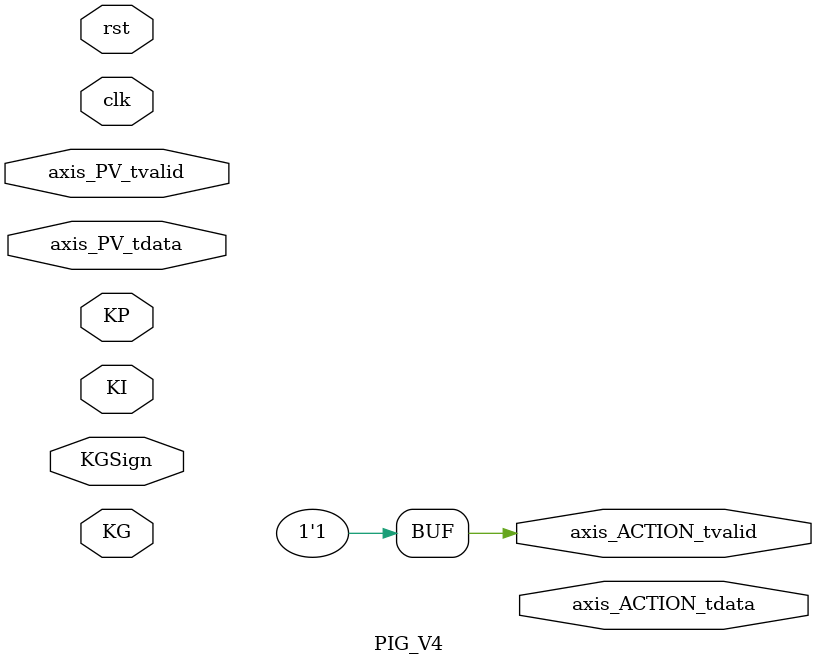
<source format=v>
`timescale 1ns / 1ps


module PIG_V4 # (parameter AXIS_TDATA_WIDTH = 32, parameter INPUT_WIDTH = 14, parameter OUTPUT_WIDTH = 32)(input clk, input rst, input signed [7:0] KP, input signed [7:0] KI, input signed [7:0] KG, input KGSign, 
input signed [AXIS_TDATA_WIDTH-1:0] axis_PV_tdata,
input axis_PV_tvalid, 
output signed [AXIS_TDATA_WIDTH-1:0] axis_ACTION_tdata,
output axis_ACTION_tvalid);

reg signed [OUTPUT_WIDTH-1:0] error;
reg signed [OUTPUT_WIDTH-1:0] integrator;
reg signed [OUTPUT_WIDTH-1:0] sum;
reg signed [OUTPUT_WIDTH-1:0] actionReg; //Action can be positive or negative, there should be logic out of loop to change word accordingly  
reg signed [OUTPUT_WIDTH-1:0] negError;
reg signed [OUTPUT_WIDTH-1:0] negSum;
reg signed [INPUT_WIDTH-1:0] PV;

localparam ACTION_TRUNCATION_UP = AXIS_TDATA_WIDTH - OUTPUT_WIDTH;
localparam ACTION_TRUNCATION_DOWN = OUTPUT_WIDTH - AXIS_TDATA_WIDTH;

if(ACTION_TRUNCATION_UP > 0) assign M_AXIS_ACTION_tdata = actionReg <<< ACTION_TRUNCATION_UP;
else if(ACTION_TRUNCATION_UP < 0) assign M_AXIS_ACTION_tdata = actionReg >>> ACTION_TRUNCATION_DOWN;
else assign M_AXIS_ACTION_tdata = actionReg;

assign axis_ACTION_tvalid = 1'b1;

always @ (posedge clk or posedge rst) begin
    if(rst) begin
        integrator <= 0;
        sum <= 0;
        actionReg <= 0;
        negError <= 0;
        negSum <= 0;
        error <= 0;
    end
    else begin
        //Need support for -ve KP, KI and KG
		PV <= axis_PV_tdata[AXIS_TDATA_WIDTH-1:AXIS_TDATA_WIDTH-INPUT_WIDTH];
        error <= ~PV+1; //Negative error
        $display("error %d", error);
        integrator <= error + integrator; //Sum error
        if(KI >= 0) begin
                if(KP >= 0) sum = (error <<< KP) + (integrator <<< KI);
                else sum = (error >>> (~KP+1)) + (integrator <<< KI);
            end
            else begin
                if(KP >= 0) sum = (error <<< KP) + (integrator >>> (~KI+1));
                else sum = (error >>> (~KP+1)) + (integrator >>> (~KI+1));
            end
        if(KGSign == 0) begin
            if(KG >= 0) actionReg <= sum <<< KG;
            else actionReg <= sum >>> (~KG+1);
        end
        else if(KGSign == 1) begin
            negSum <= ~sum+1;
            if(KG >= 0) actionReg <= negSum <<< KG;
            else actionReg <= negSum >>> (~KG+1);
        end 
        
    end
end

endmodule

</source>
